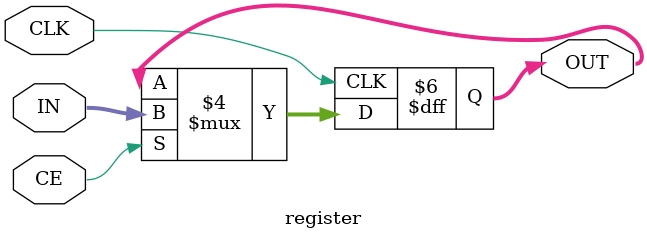
<source format=v>

module register(
	input [WIDTH-1:0] IN,
	input CLK,
	input CE,
	// input RST,
	output [WIDTH-1:0] OUT
);

parameter WIDTH = 8;

reg [WIDTH-1:0] OUT;

always @(posedge CLK) begin
	// if(RST == 1'b1) OUT <= 1'b0; // needed for sim when there are none ldi instructions
	// else begin
		if(CE == 1'b0) OUT <= OUT;
		else OUT <= IN;
	// end
end

endmodule // register
</source>
